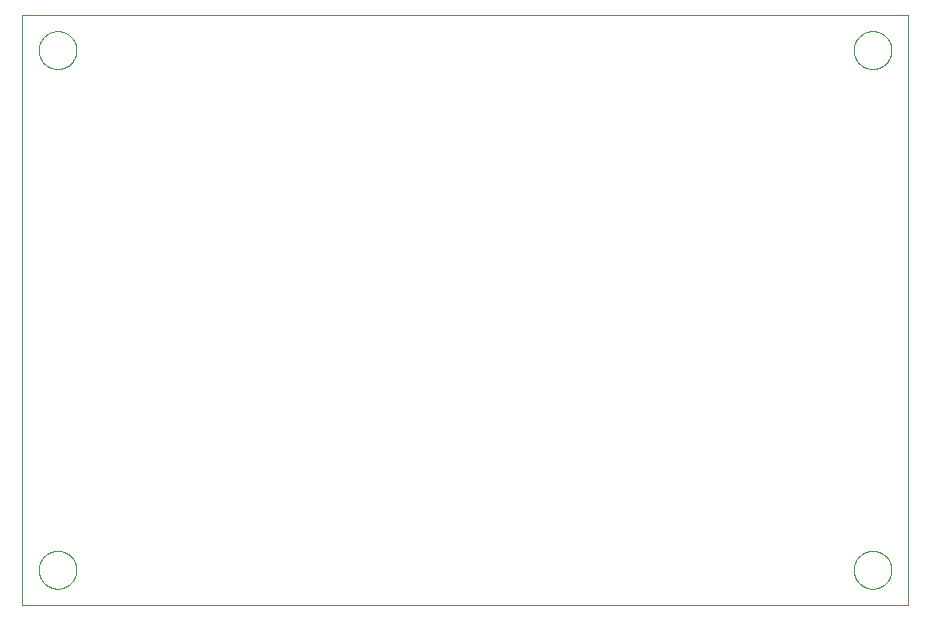
<source format=gbp>
G75*
%MOIN*%
%OFA0B0*%
%FSLAX25Y25*%
%IPPOS*%
%LPD*%
%AMOC8*
5,1,8,0,0,1.08239X$1,22.5*
%
%ADD10C,0.00000*%
D10*
X0076394Y0056709D02*
X0076394Y0253559D01*
X0371669Y0253559D01*
X0371669Y0056709D01*
X0076394Y0056709D01*
X0081906Y0068520D02*
X0081908Y0068678D01*
X0081914Y0068836D01*
X0081924Y0068994D01*
X0081938Y0069152D01*
X0081956Y0069309D01*
X0081977Y0069466D01*
X0082003Y0069622D01*
X0082033Y0069778D01*
X0082066Y0069933D01*
X0082104Y0070086D01*
X0082145Y0070239D01*
X0082190Y0070391D01*
X0082239Y0070542D01*
X0082292Y0070691D01*
X0082348Y0070839D01*
X0082408Y0070985D01*
X0082472Y0071130D01*
X0082540Y0071273D01*
X0082611Y0071415D01*
X0082685Y0071555D01*
X0082763Y0071692D01*
X0082845Y0071828D01*
X0082929Y0071962D01*
X0083018Y0072093D01*
X0083109Y0072222D01*
X0083204Y0072349D01*
X0083301Y0072474D01*
X0083402Y0072596D01*
X0083506Y0072715D01*
X0083613Y0072832D01*
X0083723Y0072946D01*
X0083836Y0073057D01*
X0083951Y0073166D01*
X0084069Y0073271D01*
X0084190Y0073373D01*
X0084313Y0073473D01*
X0084439Y0073569D01*
X0084567Y0073662D01*
X0084697Y0073752D01*
X0084830Y0073838D01*
X0084965Y0073922D01*
X0085101Y0074001D01*
X0085240Y0074078D01*
X0085381Y0074150D01*
X0085523Y0074220D01*
X0085667Y0074285D01*
X0085813Y0074347D01*
X0085960Y0074405D01*
X0086109Y0074460D01*
X0086259Y0074511D01*
X0086410Y0074558D01*
X0086562Y0074601D01*
X0086715Y0074640D01*
X0086870Y0074676D01*
X0087025Y0074707D01*
X0087181Y0074735D01*
X0087337Y0074759D01*
X0087494Y0074779D01*
X0087652Y0074795D01*
X0087809Y0074807D01*
X0087968Y0074815D01*
X0088126Y0074819D01*
X0088284Y0074819D01*
X0088442Y0074815D01*
X0088601Y0074807D01*
X0088758Y0074795D01*
X0088916Y0074779D01*
X0089073Y0074759D01*
X0089229Y0074735D01*
X0089385Y0074707D01*
X0089540Y0074676D01*
X0089695Y0074640D01*
X0089848Y0074601D01*
X0090000Y0074558D01*
X0090151Y0074511D01*
X0090301Y0074460D01*
X0090450Y0074405D01*
X0090597Y0074347D01*
X0090743Y0074285D01*
X0090887Y0074220D01*
X0091029Y0074150D01*
X0091170Y0074078D01*
X0091309Y0074001D01*
X0091445Y0073922D01*
X0091580Y0073838D01*
X0091713Y0073752D01*
X0091843Y0073662D01*
X0091971Y0073569D01*
X0092097Y0073473D01*
X0092220Y0073373D01*
X0092341Y0073271D01*
X0092459Y0073166D01*
X0092574Y0073057D01*
X0092687Y0072946D01*
X0092797Y0072832D01*
X0092904Y0072715D01*
X0093008Y0072596D01*
X0093109Y0072474D01*
X0093206Y0072349D01*
X0093301Y0072222D01*
X0093392Y0072093D01*
X0093481Y0071962D01*
X0093565Y0071828D01*
X0093647Y0071692D01*
X0093725Y0071555D01*
X0093799Y0071415D01*
X0093870Y0071273D01*
X0093938Y0071130D01*
X0094002Y0070985D01*
X0094062Y0070839D01*
X0094118Y0070691D01*
X0094171Y0070542D01*
X0094220Y0070391D01*
X0094265Y0070239D01*
X0094306Y0070086D01*
X0094344Y0069933D01*
X0094377Y0069778D01*
X0094407Y0069622D01*
X0094433Y0069466D01*
X0094454Y0069309D01*
X0094472Y0069152D01*
X0094486Y0068994D01*
X0094496Y0068836D01*
X0094502Y0068678D01*
X0094504Y0068520D01*
X0094502Y0068362D01*
X0094496Y0068204D01*
X0094486Y0068046D01*
X0094472Y0067888D01*
X0094454Y0067731D01*
X0094433Y0067574D01*
X0094407Y0067418D01*
X0094377Y0067262D01*
X0094344Y0067107D01*
X0094306Y0066954D01*
X0094265Y0066801D01*
X0094220Y0066649D01*
X0094171Y0066498D01*
X0094118Y0066349D01*
X0094062Y0066201D01*
X0094002Y0066055D01*
X0093938Y0065910D01*
X0093870Y0065767D01*
X0093799Y0065625D01*
X0093725Y0065485D01*
X0093647Y0065348D01*
X0093565Y0065212D01*
X0093481Y0065078D01*
X0093392Y0064947D01*
X0093301Y0064818D01*
X0093206Y0064691D01*
X0093109Y0064566D01*
X0093008Y0064444D01*
X0092904Y0064325D01*
X0092797Y0064208D01*
X0092687Y0064094D01*
X0092574Y0063983D01*
X0092459Y0063874D01*
X0092341Y0063769D01*
X0092220Y0063667D01*
X0092097Y0063567D01*
X0091971Y0063471D01*
X0091843Y0063378D01*
X0091713Y0063288D01*
X0091580Y0063202D01*
X0091445Y0063118D01*
X0091309Y0063039D01*
X0091170Y0062962D01*
X0091029Y0062890D01*
X0090887Y0062820D01*
X0090743Y0062755D01*
X0090597Y0062693D01*
X0090450Y0062635D01*
X0090301Y0062580D01*
X0090151Y0062529D01*
X0090000Y0062482D01*
X0089848Y0062439D01*
X0089695Y0062400D01*
X0089540Y0062364D01*
X0089385Y0062333D01*
X0089229Y0062305D01*
X0089073Y0062281D01*
X0088916Y0062261D01*
X0088758Y0062245D01*
X0088601Y0062233D01*
X0088442Y0062225D01*
X0088284Y0062221D01*
X0088126Y0062221D01*
X0087968Y0062225D01*
X0087809Y0062233D01*
X0087652Y0062245D01*
X0087494Y0062261D01*
X0087337Y0062281D01*
X0087181Y0062305D01*
X0087025Y0062333D01*
X0086870Y0062364D01*
X0086715Y0062400D01*
X0086562Y0062439D01*
X0086410Y0062482D01*
X0086259Y0062529D01*
X0086109Y0062580D01*
X0085960Y0062635D01*
X0085813Y0062693D01*
X0085667Y0062755D01*
X0085523Y0062820D01*
X0085381Y0062890D01*
X0085240Y0062962D01*
X0085101Y0063039D01*
X0084965Y0063118D01*
X0084830Y0063202D01*
X0084697Y0063288D01*
X0084567Y0063378D01*
X0084439Y0063471D01*
X0084313Y0063567D01*
X0084190Y0063667D01*
X0084069Y0063769D01*
X0083951Y0063874D01*
X0083836Y0063983D01*
X0083723Y0064094D01*
X0083613Y0064208D01*
X0083506Y0064325D01*
X0083402Y0064444D01*
X0083301Y0064566D01*
X0083204Y0064691D01*
X0083109Y0064818D01*
X0083018Y0064947D01*
X0082929Y0065078D01*
X0082845Y0065212D01*
X0082763Y0065348D01*
X0082685Y0065485D01*
X0082611Y0065625D01*
X0082540Y0065767D01*
X0082472Y0065910D01*
X0082408Y0066055D01*
X0082348Y0066201D01*
X0082292Y0066349D01*
X0082239Y0066498D01*
X0082190Y0066649D01*
X0082145Y0066801D01*
X0082104Y0066954D01*
X0082066Y0067107D01*
X0082033Y0067262D01*
X0082003Y0067418D01*
X0081977Y0067574D01*
X0081956Y0067731D01*
X0081938Y0067888D01*
X0081924Y0068046D01*
X0081914Y0068204D01*
X0081908Y0068362D01*
X0081906Y0068520D01*
X0081906Y0241748D02*
X0081908Y0241906D01*
X0081914Y0242064D01*
X0081924Y0242222D01*
X0081938Y0242380D01*
X0081956Y0242537D01*
X0081977Y0242694D01*
X0082003Y0242850D01*
X0082033Y0243006D01*
X0082066Y0243161D01*
X0082104Y0243314D01*
X0082145Y0243467D01*
X0082190Y0243619D01*
X0082239Y0243770D01*
X0082292Y0243919D01*
X0082348Y0244067D01*
X0082408Y0244213D01*
X0082472Y0244358D01*
X0082540Y0244501D01*
X0082611Y0244643D01*
X0082685Y0244783D01*
X0082763Y0244920D01*
X0082845Y0245056D01*
X0082929Y0245190D01*
X0083018Y0245321D01*
X0083109Y0245450D01*
X0083204Y0245577D01*
X0083301Y0245702D01*
X0083402Y0245824D01*
X0083506Y0245943D01*
X0083613Y0246060D01*
X0083723Y0246174D01*
X0083836Y0246285D01*
X0083951Y0246394D01*
X0084069Y0246499D01*
X0084190Y0246601D01*
X0084313Y0246701D01*
X0084439Y0246797D01*
X0084567Y0246890D01*
X0084697Y0246980D01*
X0084830Y0247066D01*
X0084965Y0247150D01*
X0085101Y0247229D01*
X0085240Y0247306D01*
X0085381Y0247378D01*
X0085523Y0247448D01*
X0085667Y0247513D01*
X0085813Y0247575D01*
X0085960Y0247633D01*
X0086109Y0247688D01*
X0086259Y0247739D01*
X0086410Y0247786D01*
X0086562Y0247829D01*
X0086715Y0247868D01*
X0086870Y0247904D01*
X0087025Y0247935D01*
X0087181Y0247963D01*
X0087337Y0247987D01*
X0087494Y0248007D01*
X0087652Y0248023D01*
X0087809Y0248035D01*
X0087968Y0248043D01*
X0088126Y0248047D01*
X0088284Y0248047D01*
X0088442Y0248043D01*
X0088601Y0248035D01*
X0088758Y0248023D01*
X0088916Y0248007D01*
X0089073Y0247987D01*
X0089229Y0247963D01*
X0089385Y0247935D01*
X0089540Y0247904D01*
X0089695Y0247868D01*
X0089848Y0247829D01*
X0090000Y0247786D01*
X0090151Y0247739D01*
X0090301Y0247688D01*
X0090450Y0247633D01*
X0090597Y0247575D01*
X0090743Y0247513D01*
X0090887Y0247448D01*
X0091029Y0247378D01*
X0091170Y0247306D01*
X0091309Y0247229D01*
X0091445Y0247150D01*
X0091580Y0247066D01*
X0091713Y0246980D01*
X0091843Y0246890D01*
X0091971Y0246797D01*
X0092097Y0246701D01*
X0092220Y0246601D01*
X0092341Y0246499D01*
X0092459Y0246394D01*
X0092574Y0246285D01*
X0092687Y0246174D01*
X0092797Y0246060D01*
X0092904Y0245943D01*
X0093008Y0245824D01*
X0093109Y0245702D01*
X0093206Y0245577D01*
X0093301Y0245450D01*
X0093392Y0245321D01*
X0093481Y0245190D01*
X0093565Y0245056D01*
X0093647Y0244920D01*
X0093725Y0244783D01*
X0093799Y0244643D01*
X0093870Y0244501D01*
X0093938Y0244358D01*
X0094002Y0244213D01*
X0094062Y0244067D01*
X0094118Y0243919D01*
X0094171Y0243770D01*
X0094220Y0243619D01*
X0094265Y0243467D01*
X0094306Y0243314D01*
X0094344Y0243161D01*
X0094377Y0243006D01*
X0094407Y0242850D01*
X0094433Y0242694D01*
X0094454Y0242537D01*
X0094472Y0242380D01*
X0094486Y0242222D01*
X0094496Y0242064D01*
X0094502Y0241906D01*
X0094504Y0241748D01*
X0094502Y0241590D01*
X0094496Y0241432D01*
X0094486Y0241274D01*
X0094472Y0241116D01*
X0094454Y0240959D01*
X0094433Y0240802D01*
X0094407Y0240646D01*
X0094377Y0240490D01*
X0094344Y0240335D01*
X0094306Y0240182D01*
X0094265Y0240029D01*
X0094220Y0239877D01*
X0094171Y0239726D01*
X0094118Y0239577D01*
X0094062Y0239429D01*
X0094002Y0239283D01*
X0093938Y0239138D01*
X0093870Y0238995D01*
X0093799Y0238853D01*
X0093725Y0238713D01*
X0093647Y0238576D01*
X0093565Y0238440D01*
X0093481Y0238306D01*
X0093392Y0238175D01*
X0093301Y0238046D01*
X0093206Y0237919D01*
X0093109Y0237794D01*
X0093008Y0237672D01*
X0092904Y0237553D01*
X0092797Y0237436D01*
X0092687Y0237322D01*
X0092574Y0237211D01*
X0092459Y0237102D01*
X0092341Y0236997D01*
X0092220Y0236895D01*
X0092097Y0236795D01*
X0091971Y0236699D01*
X0091843Y0236606D01*
X0091713Y0236516D01*
X0091580Y0236430D01*
X0091445Y0236346D01*
X0091309Y0236267D01*
X0091170Y0236190D01*
X0091029Y0236118D01*
X0090887Y0236048D01*
X0090743Y0235983D01*
X0090597Y0235921D01*
X0090450Y0235863D01*
X0090301Y0235808D01*
X0090151Y0235757D01*
X0090000Y0235710D01*
X0089848Y0235667D01*
X0089695Y0235628D01*
X0089540Y0235592D01*
X0089385Y0235561D01*
X0089229Y0235533D01*
X0089073Y0235509D01*
X0088916Y0235489D01*
X0088758Y0235473D01*
X0088601Y0235461D01*
X0088442Y0235453D01*
X0088284Y0235449D01*
X0088126Y0235449D01*
X0087968Y0235453D01*
X0087809Y0235461D01*
X0087652Y0235473D01*
X0087494Y0235489D01*
X0087337Y0235509D01*
X0087181Y0235533D01*
X0087025Y0235561D01*
X0086870Y0235592D01*
X0086715Y0235628D01*
X0086562Y0235667D01*
X0086410Y0235710D01*
X0086259Y0235757D01*
X0086109Y0235808D01*
X0085960Y0235863D01*
X0085813Y0235921D01*
X0085667Y0235983D01*
X0085523Y0236048D01*
X0085381Y0236118D01*
X0085240Y0236190D01*
X0085101Y0236267D01*
X0084965Y0236346D01*
X0084830Y0236430D01*
X0084697Y0236516D01*
X0084567Y0236606D01*
X0084439Y0236699D01*
X0084313Y0236795D01*
X0084190Y0236895D01*
X0084069Y0236997D01*
X0083951Y0237102D01*
X0083836Y0237211D01*
X0083723Y0237322D01*
X0083613Y0237436D01*
X0083506Y0237553D01*
X0083402Y0237672D01*
X0083301Y0237794D01*
X0083204Y0237919D01*
X0083109Y0238046D01*
X0083018Y0238175D01*
X0082929Y0238306D01*
X0082845Y0238440D01*
X0082763Y0238576D01*
X0082685Y0238713D01*
X0082611Y0238853D01*
X0082540Y0238995D01*
X0082472Y0239138D01*
X0082408Y0239283D01*
X0082348Y0239429D01*
X0082292Y0239577D01*
X0082239Y0239726D01*
X0082190Y0239877D01*
X0082145Y0240029D01*
X0082104Y0240182D01*
X0082066Y0240335D01*
X0082033Y0240490D01*
X0082003Y0240646D01*
X0081977Y0240802D01*
X0081956Y0240959D01*
X0081938Y0241116D01*
X0081924Y0241274D01*
X0081914Y0241432D01*
X0081908Y0241590D01*
X0081906Y0241748D01*
X0353559Y0241748D02*
X0353561Y0241906D01*
X0353567Y0242064D01*
X0353577Y0242222D01*
X0353591Y0242380D01*
X0353609Y0242537D01*
X0353630Y0242694D01*
X0353656Y0242850D01*
X0353686Y0243006D01*
X0353719Y0243161D01*
X0353757Y0243314D01*
X0353798Y0243467D01*
X0353843Y0243619D01*
X0353892Y0243770D01*
X0353945Y0243919D01*
X0354001Y0244067D01*
X0354061Y0244213D01*
X0354125Y0244358D01*
X0354193Y0244501D01*
X0354264Y0244643D01*
X0354338Y0244783D01*
X0354416Y0244920D01*
X0354498Y0245056D01*
X0354582Y0245190D01*
X0354671Y0245321D01*
X0354762Y0245450D01*
X0354857Y0245577D01*
X0354954Y0245702D01*
X0355055Y0245824D01*
X0355159Y0245943D01*
X0355266Y0246060D01*
X0355376Y0246174D01*
X0355489Y0246285D01*
X0355604Y0246394D01*
X0355722Y0246499D01*
X0355843Y0246601D01*
X0355966Y0246701D01*
X0356092Y0246797D01*
X0356220Y0246890D01*
X0356350Y0246980D01*
X0356483Y0247066D01*
X0356618Y0247150D01*
X0356754Y0247229D01*
X0356893Y0247306D01*
X0357034Y0247378D01*
X0357176Y0247448D01*
X0357320Y0247513D01*
X0357466Y0247575D01*
X0357613Y0247633D01*
X0357762Y0247688D01*
X0357912Y0247739D01*
X0358063Y0247786D01*
X0358215Y0247829D01*
X0358368Y0247868D01*
X0358523Y0247904D01*
X0358678Y0247935D01*
X0358834Y0247963D01*
X0358990Y0247987D01*
X0359147Y0248007D01*
X0359305Y0248023D01*
X0359462Y0248035D01*
X0359621Y0248043D01*
X0359779Y0248047D01*
X0359937Y0248047D01*
X0360095Y0248043D01*
X0360254Y0248035D01*
X0360411Y0248023D01*
X0360569Y0248007D01*
X0360726Y0247987D01*
X0360882Y0247963D01*
X0361038Y0247935D01*
X0361193Y0247904D01*
X0361348Y0247868D01*
X0361501Y0247829D01*
X0361653Y0247786D01*
X0361804Y0247739D01*
X0361954Y0247688D01*
X0362103Y0247633D01*
X0362250Y0247575D01*
X0362396Y0247513D01*
X0362540Y0247448D01*
X0362682Y0247378D01*
X0362823Y0247306D01*
X0362962Y0247229D01*
X0363098Y0247150D01*
X0363233Y0247066D01*
X0363366Y0246980D01*
X0363496Y0246890D01*
X0363624Y0246797D01*
X0363750Y0246701D01*
X0363873Y0246601D01*
X0363994Y0246499D01*
X0364112Y0246394D01*
X0364227Y0246285D01*
X0364340Y0246174D01*
X0364450Y0246060D01*
X0364557Y0245943D01*
X0364661Y0245824D01*
X0364762Y0245702D01*
X0364859Y0245577D01*
X0364954Y0245450D01*
X0365045Y0245321D01*
X0365134Y0245190D01*
X0365218Y0245056D01*
X0365300Y0244920D01*
X0365378Y0244783D01*
X0365452Y0244643D01*
X0365523Y0244501D01*
X0365591Y0244358D01*
X0365655Y0244213D01*
X0365715Y0244067D01*
X0365771Y0243919D01*
X0365824Y0243770D01*
X0365873Y0243619D01*
X0365918Y0243467D01*
X0365959Y0243314D01*
X0365997Y0243161D01*
X0366030Y0243006D01*
X0366060Y0242850D01*
X0366086Y0242694D01*
X0366107Y0242537D01*
X0366125Y0242380D01*
X0366139Y0242222D01*
X0366149Y0242064D01*
X0366155Y0241906D01*
X0366157Y0241748D01*
X0366155Y0241590D01*
X0366149Y0241432D01*
X0366139Y0241274D01*
X0366125Y0241116D01*
X0366107Y0240959D01*
X0366086Y0240802D01*
X0366060Y0240646D01*
X0366030Y0240490D01*
X0365997Y0240335D01*
X0365959Y0240182D01*
X0365918Y0240029D01*
X0365873Y0239877D01*
X0365824Y0239726D01*
X0365771Y0239577D01*
X0365715Y0239429D01*
X0365655Y0239283D01*
X0365591Y0239138D01*
X0365523Y0238995D01*
X0365452Y0238853D01*
X0365378Y0238713D01*
X0365300Y0238576D01*
X0365218Y0238440D01*
X0365134Y0238306D01*
X0365045Y0238175D01*
X0364954Y0238046D01*
X0364859Y0237919D01*
X0364762Y0237794D01*
X0364661Y0237672D01*
X0364557Y0237553D01*
X0364450Y0237436D01*
X0364340Y0237322D01*
X0364227Y0237211D01*
X0364112Y0237102D01*
X0363994Y0236997D01*
X0363873Y0236895D01*
X0363750Y0236795D01*
X0363624Y0236699D01*
X0363496Y0236606D01*
X0363366Y0236516D01*
X0363233Y0236430D01*
X0363098Y0236346D01*
X0362962Y0236267D01*
X0362823Y0236190D01*
X0362682Y0236118D01*
X0362540Y0236048D01*
X0362396Y0235983D01*
X0362250Y0235921D01*
X0362103Y0235863D01*
X0361954Y0235808D01*
X0361804Y0235757D01*
X0361653Y0235710D01*
X0361501Y0235667D01*
X0361348Y0235628D01*
X0361193Y0235592D01*
X0361038Y0235561D01*
X0360882Y0235533D01*
X0360726Y0235509D01*
X0360569Y0235489D01*
X0360411Y0235473D01*
X0360254Y0235461D01*
X0360095Y0235453D01*
X0359937Y0235449D01*
X0359779Y0235449D01*
X0359621Y0235453D01*
X0359462Y0235461D01*
X0359305Y0235473D01*
X0359147Y0235489D01*
X0358990Y0235509D01*
X0358834Y0235533D01*
X0358678Y0235561D01*
X0358523Y0235592D01*
X0358368Y0235628D01*
X0358215Y0235667D01*
X0358063Y0235710D01*
X0357912Y0235757D01*
X0357762Y0235808D01*
X0357613Y0235863D01*
X0357466Y0235921D01*
X0357320Y0235983D01*
X0357176Y0236048D01*
X0357034Y0236118D01*
X0356893Y0236190D01*
X0356754Y0236267D01*
X0356618Y0236346D01*
X0356483Y0236430D01*
X0356350Y0236516D01*
X0356220Y0236606D01*
X0356092Y0236699D01*
X0355966Y0236795D01*
X0355843Y0236895D01*
X0355722Y0236997D01*
X0355604Y0237102D01*
X0355489Y0237211D01*
X0355376Y0237322D01*
X0355266Y0237436D01*
X0355159Y0237553D01*
X0355055Y0237672D01*
X0354954Y0237794D01*
X0354857Y0237919D01*
X0354762Y0238046D01*
X0354671Y0238175D01*
X0354582Y0238306D01*
X0354498Y0238440D01*
X0354416Y0238576D01*
X0354338Y0238713D01*
X0354264Y0238853D01*
X0354193Y0238995D01*
X0354125Y0239138D01*
X0354061Y0239283D01*
X0354001Y0239429D01*
X0353945Y0239577D01*
X0353892Y0239726D01*
X0353843Y0239877D01*
X0353798Y0240029D01*
X0353757Y0240182D01*
X0353719Y0240335D01*
X0353686Y0240490D01*
X0353656Y0240646D01*
X0353630Y0240802D01*
X0353609Y0240959D01*
X0353591Y0241116D01*
X0353577Y0241274D01*
X0353567Y0241432D01*
X0353561Y0241590D01*
X0353559Y0241748D01*
X0353559Y0068520D02*
X0353561Y0068678D01*
X0353567Y0068836D01*
X0353577Y0068994D01*
X0353591Y0069152D01*
X0353609Y0069309D01*
X0353630Y0069466D01*
X0353656Y0069622D01*
X0353686Y0069778D01*
X0353719Y0069933D01*
X0353757Y0070086D01*
X0353798Y0070239D01*
X0353843Y0070391D01*
X0353892Y0070542D01*
X0353945Y0070691D01*
X0354001Y0070839D01*
X0354061Y0070985D01*
X0354125Y0071130D01*
X0354193Y0071273D01*
X0354264Y0071415D01*
X0354338Y0071555D01*
X0354416Y0071692D01*
X0354498Y0071828D01*
X0354582Y0071962D01*
X0354671Y0072093D01*
X0354762Y0072222D01*
X0354857Y0072349D01*
X0354954Y0072474D01*
X0355055Y0072596D01*
X0355159Y0072715D01*
X0355266Y0072832D01*
X0355376Y0072946D01*
X0355489Y0073057D01*
X0355604Y0073166D01*
X0355722Y0073271D01*
X0355843Y0073373D01*
X0355966Y0073473D01*
X0356092Y0073569D01*
X0356220Y0073662D01*
X0356350Y0073752D01*
X0356483Y0073838D01*
X0356618Y0073922D01*
X0356754Y0074001D01*
X0356893Y0074078D01*
X0357034Y0074150D01*
X0357176Y0074220D01*
X0357320Y0074285D01*
X0357466Y0074347D01*
X0357613Y0074405D01*
X0357762Y0074460D01*
X0357912Y0074511D01*
X0358063Y0074558D01*
X0358215Y0074601D01*
X0358368Y0074640D01*
X0358523Y0074676D01*
X0358678Y0074707D01*
X0358834Y0074735D01*
X0358990Y0074759D01*
X0359147Y0074779D01*
X0359305Y0074795D01*
X0359462Y0074807D01*
X0359621Y0074815D01*
X0359779Y0074819D01*
X0359937Y0074819D01*
X0360095Y0074815D01*
X0360254Y0074807D01*
X0360411Y0074795D01*
X0360569Y0074779D01*
X0360726Y0074759D01*
X0360882Y0074735D01*
X0361038Y0074707D01*
X0361193Y0074676D01*
X0361348Y0074640D01*
X0361501Y0074601D01*
X0361653Y0074558D01*
X0361804Y0074511D01*
X0361954Y0074460D01*
X0362103Y0074405D01*
X0362250Y0074347D01*
X0362396Y0074285D01*
X0362540Y0074220D01*
X0362682Y0074150D01*
X0362823Y0074078D01*
X0362962Y0074001D01*
X0363098Y0073922D01*
X0363233Y0073838D01*
X0363366Y0073752D01*
X0363496Y0073662D01*
X0363624Y0073569D01*
X0363750Y0073473D01*
X0363873Y0073373D01*
X0363994Y0073271D01*
X0364112Y0073166D01*
X0364227Y0073057D01*
X0364340Y0072946D01*
X0364450Y0072832D01*
X0364557Y0072715D01*
X0364661Y0072596D01*
X0364762Y0072474D01*
X0364859Y0072349D01*
X0364954Y0072222D01*
X0365045Y0072093D01*
X0365134Y0071962D01*
X0365218Y0071828D01*
X0365300Y0071692D01*
X0365378Y0071555D01*
X0365452Y0071415D01*
X0365523Y0071273D01*
X0365591Y0071130D01*
X0365655Y0070985D01*
X0365715Y0070839D01*
X0365771Y0070691D01*
X0365824Y0070542D01*
X0365873Y0070391D01*
X0365918Y0070239D01*
X0365959Y0070086D01*
X0365997Y0069933D01*
X0366030Y0069778D01*
X0366060Y0069622D01*
X0366086Y0069466D01*
X0366107Y0069309D01*
X0366125Y0069152D01*
X0366139Y0068994D01*
X0366149Y0068836D01*
X0366155Y0068678D01*
X0366157Y0068520D01*
X0366155Y0068362D01*
X0366149Y0068204D01*
X0366139Y0068046D01*
X0366125Y0067888D01*
X0366107Y0067731D01*
X0366086Y0067574D01*
X0366060Y0067418D01*
X0366030Y0067262D01*
X0365997Y0067107D01*
X0365959Y0066954D01*
X0365918Y0066801D01*
X0365873Y0066649D01*
X0365824Y0066498D01*
X0365771Y0066349D01*
X0365715Y0066201D01*
X0365655Y0066055D01*
X0365591Y0065910D01*
X0365523Y0065767D01*
X0365452Y0065625D01*
X0365378Y0065485D01*
X0365300Y0065348D01*
X0365218Y0065212D01*
X0365134Y0065078D01*
X0365045Y0064947D01*
X0364954Y0064818D01*
X0364859Y0064691D01*
X0364762Y0064566D01*
X0364661Y0064444D01*
X0364557Y0064325D01*
X0364450Y0064208D01*
X0364340Y0064094D01*
X0364227Y0063983D01*
X0364112Y0063874D01*
X0363994Y0063769D01*
X0363873Y0063667D01*
X0363750Y0063567D01*
X0363624Y0063471D01*
X0363496Y0063378D01*
X0363366Y0063288D01*
X0363233Y0063202D01*
X0363098Y0063118D01*
X0362962Y0063039D01*
X0362823Y0062962D01*
X0362682Y0062890D01*
X0362540Y0062820D01*
X0362396Y0062755D01*
X0362250Y0062693D01*
X0362103Y0062635D01*
X0361954Y0062580D01*
X0361804Y0062529D01*
X0361653Y0062482D01*
X0361501Y0062439D01*
X0361348Y0062400D01*
X0361193Y0062364D01*
X0361038Y0062333D01*
X0360882Y0062305D01*
X0360726Y0062281D01*
X0360569Y0062261D01*
X0360411Y0062245D01*
X0360254Y0062233D01*
X0360095Y0062225D01*
X0359937Y0062221D01*
X0359779Y0062221D01*
X0359621Y0062225D01*
X0359462Y0062233D01*
X0359305Y0062245D01*
X0359147Y0062261D01*
X0358990Y0062281D01*
X0358834Y0062305D01*
X0358678Y0062333D01*
X0358523Y0062364D01*
X0358368Y0062400D01*
X0358215Y0062439D01*
X0358063Y0062482D01*
X0357912Y0062529D01*
X0357762Y0062580D01*
X0357613Y0062635D01*
X0357466Y0062693D01*
X0357320Y0062755D01*
X0357176Y0062820D01*
X0357034Y0062890D01*
X0356893Y0062962D01*
X0356754Y0063039D01*
X0356618Y0063118D01*
X0356483Y0063202D01*
X0356350Y0063288D01*
X0356220Y0063378D01*
X0356092Y0063471D01*
X0355966Y0063567D01*
X0355843Y0063667D01*
X0355722Y0063769D01*
X0355604Y0063874D01*
X0355489Y0063983D01*
X0355376Y0064094D01*
X0355266Y0064208D01*
X0355159Y0064325D01*
X0355055Y0064444D01*
X0354954Y0064566D01*
X0354857Y0064691D01*
X0354762Y0064818D01*
X0354671Y0064947D01*
X0354582Y0065078D01*
X0354498Y0065212D01*
X0354416Y0065348D01*
X0354338Y0065485D01*
X0354264Y0065625D01*
X0354193Y0065767D01*
X0354125Y0065910D01*
X0354061Y0066055D01*
X0354001Y0066201D01*
X0353945Y0066349D01*
X0353892Y0066498D01*
X0353843Y0066649D01*
X0353798Y0066801D01*
X0353757Y0066954D01*
X0353719Y0067107D01*
X0353686Y0067262D01*
X0353656Y0067418D01*
X0353630Y0067574D01*
X0353609Y0067731D01*
X0353591Y0067888D01*
X0353577Y0068046D01*
X0353567Y0068204D01*
X0353561Y0068362D01*
X0353559Y0068520D01*
M02*

</source>
